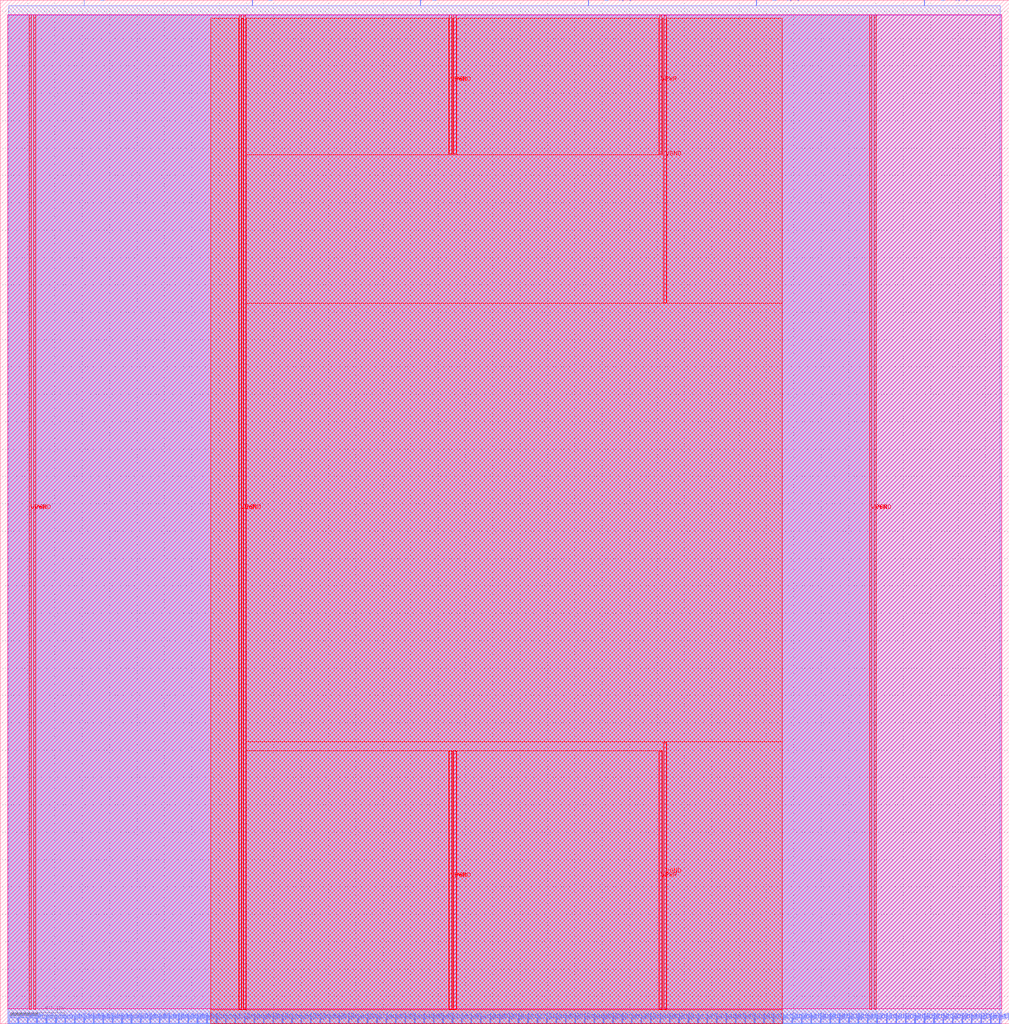
<source format=lef>
VERSION 5.7 ;
  NOWIREEXTENSIONATPIN ON ;
  DIVIDERCHAR "/" ;
  BUSBITCHARS "[]" ;
MACRO user_project
  CLASS BLOCK ;
  FOREIGN user_project ;
  ORIGIN 0.000 0.000 ;
  SIZE 737.445 BY 748.165 ;
  PIN VGND
    DIRECTION INOUT ;
    USE GROUND ;
    PORT
      LAYER met4 ;
        RECT 24.340 10.640 25.940 737.360 ;
    END
    PORT
      LAYER met4 ;
        RECT 177.940 10.640 179.540 737.360 ;
    END
    PORT
      LAYER met4 ;
        RECT 331.540 10.640 333.140 199.300 ;
    END
    PORT
      LAYER met4 ;
        RECT 331.540 635.700 333.140 737.360 ;
    END
    PORT
      LAYER met4 ;
        RECT 485.140 10.640 486.740 205.695 ;
    END
    PORT
      LAYER met4 ;
        RECT 485.140 526.825 486.740 737.360 ;
    END
    PORT
      LAYER met4 ;
        RECT 638.740 10.640 640.340 737.360 ;
    END
  END VGND
  PIN VPWR
    DIRECTION INOUT ;
    USE POWER ;
    PORT
      LAYER met4 ;
        RECT 21.040 10.640 22.640 737.360 ;
    END
    PORT
      LAYER met4 ;
        RECT 174.640 10.640 176.240 737.360 ;
    END
    PORT
      LAYER met4 ;
        RECT 328.240 10.640 329.840 199.300 ;
    END
    PORT
      LAYER met4 ;
        RECT 328.240 635.700 329.840 737.360 ;
    END
    PORT
      LAYER met4 ;
        RECT 481.840 10.640 483.440 199.300 ;
    END
    PORT
      LAYER met4 ;
        RECT 481.840 635.700 483.440 737.360 ;
    END
    PORT
      LAYER met4 ;
        RECT 635.440 10.640 637.040 737.360 ;
    END
  END VPWR
  PIN pwm_out
    DIRECTION OUTPUT ;
    USE SIGNAL ;
    ANTENNADIFFAREA 2.673000 ;
    PORT
      LAYER met2 ;
        RECT 306.910 744.165 307.190 748.165 ;
    END
  END pwm_out
  PIN uart_rx
    DIRECTION INPUT ;
    USE SIGNAL ;
    ANTENNAGATEAREA 0.647700 ;
    ANTENNADIFFAREA 0.434700 ;
    PORT
      LAYER met2 ;
        RECT 61.270 744.165 61.550 748.165 ;
    END
  END uart_rx
  PIN uart_tx
    DIRECTION OUTPUT ;
    USE SIGNAL ;
    ANTENNADIFFAREA 2.673000 ;
    PORT
      LAYER met2 ;
        RECT 184.090 744.165 184.370 748.165 ;
    END
  END uart_tx
  PIN user_irq[0]
    DIRECTION OUTPUT ;
    USE SIGNAL ;
    ANTENNADIFFAREA 2.673000 ;
    PORT
      LAYER met2 ;
        RECT 429.730 744.165 430.010 748.165 ;
    END
  END user_irq[0]
  PIN user_irq[1]
    DIRECTION OUTPUT ;
    USE SIGNAL ;
    ANTENNADIFFAREA 2.673000 ;
    PORT
      LAYER met2 ;
        RECT 552.550 744.165 552.830 748.165 ;
    END
  END user_irq[1]
  PIN user_irq[2]
    DIRECTION OUTPUT ;
    USE SIGNAL ;
    PORT
      LAYER met2 ;
        RECT 675.370 744.165 675.650 748.165 ;
    END
  END user_irq[2]
  PIN wb_clk_i
    DIRECTION INPUT ;
    USE SIGNAL ;
    ANTENNAGATEAREA 1.286700 ;
    ANTENNADIFFAREA 0.434700 ;
    PORT
      LAYER met2 ;
        RECT 6.070 0.000 6.350 4.000 ;
    END
  END wb_clk_i
  PIN wb_rst_i
    DIRECTION INPUT ;
    USE SIGNAL ;
    ANTENNAGATEAREA 0.647700 ;
    ANTENNADIFFAREA 0.434700 ;
    PORT
      LAYER met2 ;
        RECT 12.970 0.000 13.250 4.000 ;
    END
  END wb_rst_i
  PIN wbs_ack_o
    DIRECTION OUTPUT ;
    USE SIGNAL ;
    ANTENNADIFFAREA 2.673000 ;
    PORT
      LAYER met2 ;
        RECT 19.870 0.000 20.150 4.000 ;
    END
  END wbs_ack_o
  PIN wbs_adr_i[0]
    DIRECTION INPUT ;
    USE SIGNAL ;
    ANTENNAGATEAREA 0.560700 ;
    ANTENNADIFFAREA 0.434700 ;
    PORT
      LAYER met2 ;
        RECT 26.770 0.000 27.050 4.000 ;
    END
  END wbs_adr_i[0]
  PIN wbs_adr_i[10]
    DIRECTION INPUT ;
    USE SIGNAL ;
    ANTENNAGATEAREA 0.647700 ;
    ANTENNADIFFAREA 0.434700 ;
    PORT
      LAYER met2 ;
        RECT 95.770 0.000 96.050 4.000 ;
    END
  END wbs_adr_i[10]
  PIN wbs_adr_i[11]
    DIRECTION INPUT ;
    USE SIGNAL ;
    ANTENNAGATEAREA 0.647700 ;
    ANTENNADIFFAREA 0.434700 ;
    PORT
      LAYER met2 ;
        RECT 102.670 0.000 102.950 4.000 ;
    END
  END wbs_adr_i[11]
  PIN wbs_adr_i[12]
    DIRECTION INPUT ;
    USE SIGNAL ;
    ANTENNAGATEAREA 0.560700 ;
    ANTENNADIFFAREA 0.434700 ;
    PORT
      LAYER met2 ;
        RECT 109.570 0.000 109.850 4.000 ;
    END
  END wbs_adr_i[12]
  PIN wbs_adr_i[13]
    DIRECTION INPUT ;
    USE SIGNAL ;
    ANTENNAGATEAREA 0.647700 ;
    ANTENNADIFFAREA 0.434700 ;
    PORT
      LAYER met2 ;
        RECT 116.470 0.000 116.750 4.000 ;
    END
  END wbs_adr_i[13]
  PIN wbs_adr_i[14]
    DIRECTION INPUT ;
    USE SIGNAL ;
    ANTENNAGATEAREA 0.647700 ;
    ANTENNADIFFAREA 0.434700 ;
    PORT
      LAYER met2 ;
        RECT 123.370 0.000 123.650 4.000 ;
    END
  END wbs_adr_i[14]
  PIN wbs_adr_i[15]
    DIRECTION INPUT ;
    USE SIGNAL ;
    ANTENNAGATEAREA 0.560700 ;
    ANTENNADIFFAREA 0.434700 ;
    PORT
      LAYER met2 ;
        RECT 130.270 0.000 130.550 4.000 ;
    END
  END wbs_adr_i[15]
  PIN wbs_adr_i[16]
    DIRECTION INPUT ;
    USE SIGNAL ;
    ANTENNAGATEAREA 0.560700 ;
    ANTENNADIFFAREA 0.434700 ;
    PORT
      LAYER met2 ;
        RECT 137.170 0.000 137.450 4.000 ;
    END
  END wbs_adr_i[16]
  PIN wbs_adr_i[17]
    DIRECTION INPUT ;
    USE SIGNAL ;
    ANTENNAGATEAREA 0.560700 ;
    ANTENNADIFFAREA 0.434700 ;
    PORT
      LAYER met2 ;
        RECT 144.070 0.000 144.350 4.000 ;
    END
  END wbs_adr_i[17]
  PIN wbs_adr_i[18]
    DIRECTION INPUT ;
    USE SIGNAL ;
    ANTENNAGATEAREA 0.682200 ;
    ANTENNADIFFAREA 0.434700 ;
    PORT
      LAYER met2 ;
        RECT 150.970 0.000 151.250 4.000 ;
    END
  END wbs_adr_i[18]
  PIN wbs_adr_i[19]
    DIRECTION INPUT ;
    USE SIGNAL ;
    ANTENNAGATEAREA 0.682200 ;
    ANTENNADIFFAREA 0.434700 ;
    PORT
      LAYER met2 ;
        RECT 157.870 0.000 158.150 4.000 ;
    END
  END wbs_adr_i[19]
  PIN wbs_adr_i[1]
    DIRECTION INPUT ;
    USE SIGNAL ;
    ANTENNAGATEAREA 0.560700 ;
    ANTENNADIFFAREA 0.434700 ;
    PORT
      LAYER met2 ;
        RECT 33.670 0.000 33.950 4.000 ;
    END
  END wbs_adr_i[1]
  PIN wbs_adr_i[20]
    DIRECTION INPUT ;
    USE SIGNAL ;
    ANTENNAGATEAREA 0.434700 ;
    ANTENNADIFFAREA 0.434700 ;
    PORT
      LAYER met2 ;
        RECT 164.770 0.000 165.050 4.000 ;
    END
  END wbs_adr_i[20]
  PIN wbs_adr_i[21]
    DIRECTION INPUT ;
    USE SIGNAL ;
    ANTENNAGATEAREA 0.434700 ;
    ANTENNADIFFAREA 0.434700 ;
    PORT
      LAYER met2 ;
        RECT 171.670 0.000 171.950 4.000 ;
    END
  END wbs_adr_i[21]
  PIN wbs_adr_i[22]
    DIRECTION INPUT ;
    USE SIGNAL ;
    ANTENNAGATEAREA 0.434700 ;
    ANTENNADIFFAREA 0.434700 ;
    PORT
      LAYER met2 ;
        RECT 178.570 0.000 178.850 4.000 ;
    END
  END wbs_adr_i[22]
  PIN wbs_adr_i[23]
    DIRECTION INPUT ;
    USE SIGNAL ;
    ANTENNAGATEAREA 0.434700 ;
    ANTENNADIFFAREA 0.434700 ;
    PORT
      LAYER met2 ;
        RECT 185.470 0.000 185.750 4.000 ;
    END
  END wbs_adr_i[23]
  PIN wbs_adr_i[24]
    DIRECTION INPUT ;
    USE SIGNAL ;
    ANTENNAGATEAREA 0.434700 ;
    ANTENNADIFFAREA 0.434700 ;
    PORT
      LAYER met2 ;
        RECT 192.370 0.000 192.650 4.000 ;
    END
  END wbs_adr_i[24]
  PIN wbs_adr_i[25]
    DIRECTION INPUT ;
    USE SIGNAL ;
    ANTENNAGATEAREA 0.434700 ;
    ANTENNADIFFAREA 0.434700 ;
    PORT
      LAYER met2 ;
        RECT 199.270 0.000 199.550 4.000 ;
    END
  END wbs_adr_i[25]
  PIN wbs_adr_i[26]
    DIRECTION INPUT ;
    USE SIGNAL ;
    ANTENNAGATEAREA 0.434700 ;
    ANTENNADIFFAREA 0.434700 ;
    PORT
      LAYER met2 ;
        RECT 206.170 0.000 206.450 4.000 ;
    END
  END wbs_adr_i[26]
  PIN wbs_adr_i[27]
    DIRECTION INPUT ;
    USE SIGNAL ;
    ANTENNAGATEAREA 0.434700 ;
    ANTENNADIFFAREA 0.434700 ;
    PORT
      LAYER met2 ;
        RECT 213.070 0.000 213.350 4.000 ;
    END
  END wbs_adr_i[27]
  PIN wbs_adr_i[28]
    DIRECTION INPUT ;
    USE SIGNAL ;
    ANTENNAGATEAREA 0.434700 ;
    ANTENNADIFFAREA 0.434700 ;
    PORT
      LAYER met2 ;
        RECT 219.970 0.000 220.250 4.000 ;
    END
  END wbs_adr_i[28]
  PIN wbs_adr_i[29]
    DIRECTION INPUT ;
    USE SIGNAL ;
    ANTENNAGATEAREA 0.434700 ;
    ANTENNADIFFAREA 0.434700 ;
    PORT
      LAYER met2 ;
        RECT 226.870 0.000 227.150 4.000 ;
    END
  END wbs_adr_i[29]
  PIN wbs_adr_i[2]
    DIRECTION INPUT ;
    USE SIGNAL ;
    ANTENNAGATEAREA 0.560700 ;
    ANTENNADIFFAREA 0.434700 ;
    PORT
      LAYER met2 ;
        RECT 40.570 0.000 40.850 4.000 ;
    END
  END wbs_adr_i[2]
  PIN wbs_adr_i[30]
    DIRECTION INPUT ;
    USE SIGNAL ;
    ANTENNAGATEAREA 0.434700 ;
    ANTENNADIFFAREA 0.434700 ;
    PORT
      LAYER met2 ;
        RECT 233.770 0.000 234.050 4.000 ;
    END
  END wbs_adr_i[30]
  PIN wbs_adr_i[31]
    DIRECTION INPUT ;
    USE SIGNAL ;
    ANTENNAGATEAREA 0.434700 ;
    ANTENNADIFFAREA 0.434700 ;
    PORT
      LAYER met2 ;
        RECT 240.670 0.000 240.950 4.000 ;
    END
  END wbs_adr_i[31]
  PIN wbs_adr_i[3]
    DIRECTION INPUT ;
    USE SIGNAL ;
    ANTENNAGATEAREA 0.560700 ;
    ANTENNADIFFAREA 0.434700 ;
    PORT
      LAYER met2 ;
        RECT 47.470 0.000 47.750 4.000 ;
    END
  END wbs_adr_i[3]
  PIN wbs_adr_i[4]
    DIRECTION INPUT ;
    USE SIGNAL ;
    ANTENNAGATEAREA 0.682200 ;
    ANTENNADIFFAREA 0.434700 ;
    PORT
      LAYER met2 ;
        RECT 54.370 0.000 54.650 4.000 ;
    END
  END wbs_adr_i[4]
  PIN wbs_adr_i[5]
    DIRECTION INPUT ;
    USE SIGNAL ;
    ANTENNAGATEAREA 0.560700 ;
    ANTENNADIFFAREA 0.434700 ;
    PORT
      LAYER met2 ;
        RECT 61.270 0.000 61.550 4.000 ;
    END
  END wbs_adr_i[5]
  PIN wbs_adr_i[6]
    DIRECTION INPUT ;
    USE SIGNAL ;
    ANTENNAGATEAREA 0.560700 ;
    ANTENNADIFFAREA 0.434700 ;
    PORT
      LAYER met2 ;
        RECT 68.170 0.000 68.450 4.000 ;
    END
  END wbs_adr_i[6]
  PIN wbs_adr_i[7]
    DIRECTION INPUT ;
    USE SIGNAL ;
    ANTENNAGATEAREA 0.560700 ;
    ANTENNADIFFAREA 0.434700 ;
    PORT
      LAYER met2 ;
        RECT 75.070 0.000 75.350 4.000 ;
    END
  END wbs_adr_i[7]
  PIN wbs_adr_i[8]
    DIRECTION INPUT ;
    USE SIGNAL ;
    ANTENNAGATEAREA 0.560700 ;
    ANTENNADIFFAREA 0.434700 ;
    PORT
      LAYER met2 ;
        RECT 81.970 0.000 82.250 4.000 ;
    END
  END wbs_adr_i[8]
  PIN wbs_adr_i[9]
    DIRECTION INPUT ;
    USE SIGNAL ;
    ANTENNAGATEAREA 0.560700 ;
    ANTENNADIFFAREA 0.434700 ;
    PORT
      LAYER met2 ;
        RECT 88.870 0.000 89.150 4.000 ;
    END
  END wbs_adr_i[9]
  PIN wbs_cyc_i
    DIRECTION INPUT ;
    USE SIGNAL ;
    ANTENNAGATEAREA 0.560700 ;
    ANTENNADIFFAREA 0.434700 ;
    PORT
      LAYER met2 ;
        RECT 247.570 0.000 247.850 4.000 ;
    END
  END wbs_cyc_i
  PIN wbs_dat_i[0]
    DIRECTION INPUT ;
    USE SIGNAL ;
    ANTENNAGATEAREA 0.560700 ;
    ANTENNADIFFAREA 0.434700 ;
    PORT
      LAYER met2 ;
        RECT 254.470 0.000 254.750 4.000 ;
    END
  END wbs_dat_i[0]
  PIN wbs_dat_i[10]
    DIRECTION INPUT ;
    USE SIGNAL ;
    ANTENNAGATEAREA 0.560700 ;
    ANTENNADIFFAREA 0.434700 ;
    PORT
      LAYER met2 ;
        RECT 323.470 0.000 323.750 4.000 ;
    END
  END wbs_dat_i[10]
  PIN wbs_dat_i[11]
    DIRECTION INPUT ;
    USE SIGNAL ;
    ANTENNAGATEAREA 0.560700 ;
    ANTENNADIFFAREA 0.434700 ;
    PORT
      LAYER met2 ;
        RECT 330.370 0.000 330.650 4.000 ;
    END
  END wbs_dat_i[11]
  PIN wbs_dat_i[12]
    DIRECTION INPUT ;
    USE SIGNAL ;
    ANTENNAGATEAREA 0.560700 ;
    ANTENNADIFFAREA 0.434700 ;
    PORT
      LAYER met2 ;
        RECT 337.270 0.000 337.550 4.000 ;
    END
  END wbs_dat_i[12]
  PIN wbs_dat_i[13]
    DIRECTION INPUT ;
    USE SIGNAL ;
    ANTENNAGATEAREA 0.560700 ;
    ANTENNADIFFAREA 0.434700 ;
    PORT
      LAYER met2 ;
        RECT 344.170 0.000 344.450 4.000 ;
    END
  END wbs_dat_i[13]
  PIN wbs_dat_i[14]
    DIRECTION INPUT ;
    USE SIGNAL ;
    ANTENNAGATEAREA 0.560700 ;
    ANTENNADIFFAREA 0.434700 ;
    PORT
      LAYER met2 ;
        RECT 351.070 0.000 351.350 4.000 ;
    END
  END wbs_dat_i[14]
  PIN wbs_dat_i[15]
    DIRECTION INPUT ;
    USE SIGNAL ;
    ANTENNAGATEAREA 0.560700 ;
    ANTENNADIFFAREA 0.434700 ;
    PORT
      LAYER met2 ;
        RECT 357.970 0.000 358.250 4.000 ;
    END
  END wbs_dat_i[15]
  PIN wbs_dat_i[16]
    DIRECTION INPUT ;
    USE SIGNAL ;
    ANTENNAGATEAREA 0.560700 ;
    ANTENNADIFFAREA 0.434700 ;
    PORT
      LAYER met2 ;
        RECT 364.870 0.000 365.150 4.000 ;
    END
  END wbs_dat_i[16]
  PIN wbs_dat_i[17]
    DIRECTION INPUT ;
    USE SIGNAL ;
    ANTENNAGATEAREA 0.560700 ;
    ANTENNADIFFAREA 0.434700 ;
    PORT
      LAYER met2 ;
        RECT 371.770 0.000 372.050 4.000 ;
    END
  END wbs_dat_i[17]
  PIN wbs_dat_i[18]
    DIRECTION INPUT ;
    USE SIGNAL ;
    ANTENNAGATEAREA 0.560700 ;
    ANTENNADIFFAREA 0.434700 ;
    PORT
      LAYER met2 ;
        RECT 378.670 0.000 378.950 4.000 ;
    END
  END wbs_dat_i[18]
  PIN wbs_dat_i[19]
    DIRECTION INPUT ;
    USE SIGNAL ;
    ANTENNAGATEAREA 0.560700 ;
    ANTENNADIFFAREA 0.434700 ;
    PORT
      LAYER met2 ;
        RECT 385.570 0.000 385.850 4.000 ;
    END
  END wbs_dat_i[19]
  PIN wbs_dat_i[1]
    DIRECTION INPUT ;
    USE SIGNAL ;
    ANTENNAGATEAREA 0.560700 ;
    ANTENNADIFFAREA 0.434700 ;
    PORT
      LAYER met2 ;
        RECT 261.370 0.000 261.650 4.000 ;
    END
  END wbs_dat_i[1]
  PIN wbs_dat_i[20]
    DIRECTION INPUT ;
    USE SIGNAL ;
    ANTENNAGATEAREA 0.560700 ;
    ANTENNADIFFAREA 0.434700 ;
    PORT
      LAYER met2 ;
        RECT 392.470 0.000 392.750 4.000 ;
    END
  END wbs_dat_i[20]
  PIN wbs_dat_i[21]
    DIRECTION INPUT ;
    USE SIGNAL ;
    ANTENNAGATEAREA 0.560700 ;
    ANTENNADIFFAREA 0.434700 ;
    PORT
      LAYER met2 ;
        RECT 399.370 0.000 399.650 4.000 ;
    END
  END wbs_dat_i[21]
  PIN wbs_dat_i[22]
    DIRECTION INPUT ;
    USE SIGNAL ;
    ANTENNAGATEAREA 0.560700 ;
    ANTENNADIFFAREA 0.434700 ;
    PORT
      LAYER met2 ;
        RECT 406.270 0.000 406.550 4.000 ;
    END
  END wbs_dat_i[22]
  PIN wbs_dat_i[23]
    DIRECTION INPUT ;
    USE SIGNAL ;
    ANTENNAGATEAREA 0.560700 ;
    ANTENNADIFFAREA 0.434700 ;
    PORT
      LAYER met2 ;
        RECT 413.170 0.000 413.450 4.000 ;
    END
  END wbs_dat_i[23]
  PIN wbs_dat_i[24]
    DIRECTION INPUT ;
    USE SIGNAL ;
    ANTENNAGATEAREA 0.560700 ;
    ANTENNADIFFAREA 0.434700 ;
    PORT
      LAYER met2 ;
        RECT 420.070 0.000 420.350 4.000 ;
    END
  END wbs_dat_i[24]
  PIN wbs_dat_i[25]
    DIRECTION INPUT ;
    USE SIGNAL ;
    ANTENNAGATEAREA 0.560700 ;
    ANTENNADIFFAREA 0.434700 ;
    PORT
      LAYER met2 ;
        RECT 426.970 0.000 427.250 4.000 ;
    END
  END wbs_dat_i[25]
  PIN wbs_dat_i[26]
    DIRECTION INPUT ;
    USE SIGNAL ;
    ANTENNAGATEAREA 0.560700 ;
    ANTENNADIFFAREA 0.434700 ;
    PORT
      LAYER met2 ;
        RECT 433.870 0.000 434.150 4.000 ;
    END
  END wbs_dat_i[26]
  PIN wbs_dat_i[27]
    DIRECTION INPUT ;
    USE SIGNAL ;
    ANTENNAGATEAREA 0.560700 ;
    ANTENNADIFFAREA 0.434700 ;
    PORT
      LAYER met2 ;
        RECT 440.770 0.000 441.050 4.000 ;
    END
  END wbs_dat_i[27]
  PIN wbs_dat_i[28]
    DIRECTION INPUT ;
    USE SIGNAL ;
    ANTENNAGATEAREA 0.560700 ;
    ANTENNADIFFAREA 0.434700 ;
    PORT
      LAYER met2 ;
        RECT 447.670 0.000 447.950 4.000 ;
    END
  END wbs_dat_i[28]
  PIN wbs_dat_i[29]
    DIRECTION INPUT ;
    USE SIGNAL ;
    ANTENNAGATEAREA 0.560700 ;
    ANTENNADIFFAREA 0.434700 ;
    PORT
      LAYER met2 ;
        RECT 454.570 0.000 454.850 4.000 ;
    END
  END wbs_dat_i[29]
  PIN wbs_dat_i[2]
    DIRECTION INPUT ;
    USE SIGNAL ;
    ANTENNAGATEAREA 0.560700 ;
    ANTENNADIFFAREA 0.434700 ;
    PORT
      LAYER met2 ;
        RECT 268.270 0.000 268.550 4.000 ;
    END
  END wbs_dat_i[2]
  PIN wbs_dat_i[30]
    DIRECTION INPUT ;
    USE SIGNAL ;
    ANTENNAGATEAREA 0.560700 ;
    ANTENNADIFFAREA 0.434700 ;
    PORT
      LAYER met2 ;
        RECT 461.470 0.000 461.750 4.000 ;
    END
  END wbs_dat_i[30]
  PIN wbs_dat_i[31]
    DIRECTION INPUT ;
    USE SIGNAL ;
    ANTENNAGATEAREA 0.560700 ;
    ANTENNADIFFAREA 0.434700 ;
    PORT
      LAYER met2 ;
        RECT 468.370 0.000 468.650 4.000 ;
    END
  END wbs_dat_i[31]
  PIN wbs_dat_i[3]
    DIRECTION INPUT ;
    USE SIGNAL ;
    ANTENNAGATEAREA 0.560700 ;
    ANTENNADIFFAREA 0.434700 ;
    PORT
      LAYER met2 ;
        RECT 275.170 0.000 275.450 4.000 ;
    END
  END wbs_dat_i[3]
  PIN wbs_dat_i[4]
    DIRECTION INPUT ;
    USE SIGNAL ;
    ANTENNAGATEAREA 0.560700 ;
    ANTENNADIFFAREA 0.434700 ;
    PORT
      LAYER met2 ;
        RECT 282.070 0.000 282.350 4.000 ;
    END
  END wbs_dat_i[4]
  PIN wbs_dat_i[5]
    DIRECTION INPUT ;
    USE SIGNAL ;
    ANTENNAGATEAREA 0.560700 ;
    ANTENNADIFFAREA 0.434700 ;
    PORT
      LAYER met2 ;
        RECT 288.970 0.000 289.250 4.000 ;
    END
  END wbs_dat_i[5]
  PIN wbs_dat_i[6]
    DIRECTION INPUT ;
    USE SIGNAL ;
    ANTENNAGATEAREA 0.560700 ;
    ANTENNADIFFAREA 0.434700 ;
    PORT
      LAYER met2 ;
        RECT 295.870 0.000 296.150 4.000 ;
    END
  END wbs_dat_i[6]
  PIN wbs_dat_i[7]
    DIRECTION INPUT ;
    USE SIGNAL ;
    ANTENNAGATEAREA 0.560700 ;
    ANTENNADIFFAREA 0.434700 ;
    PORT
      LAYER met2 ;
        RECT 302.770 0.000 303.050 4.000 ;
    END
  END wbs_dat_i[7]
  PIN wbs_dat_i[8]
    DIRECTION INPUT ;
    USE SIGNAL ;
    ANTENNAGATEAREA 0.560700 ;
    ANTENNADIFFAREA 0.434700 ;
    PORT
      LAYER met2 ;
        RECT 309.670 0.000 309.950 4.000 ;
    END
  END wbs_dat_i[8]
  PIN wbs_dat_i[9]
    DIRECTION INPUT ;
    USE SIGNAL ;
    ANTENNAGATEAREA 0.560700 ;
    ANTENNADIFFAREA 0.434700 ;
    PORT
      LAYER met2 ;
        RECT 316.570 0.000 316.850 4.000 ;
    END
  END wbs_dat_i[9]
  PIN wbs_dat_o[0]
    DIRECTION OUTPUT ;
    USE SIGNAL ;
    ANTENNADIFFAREA 2.673000 ;
    PORT
      LAYER met2 ;
        RECT 475.270 0.000 475.550 4.000 ;
    END
  END wbs_dat_o[0]
  PIN wbs_dat_o[10]
    DIRECTION OUTPUT ;
    USE SIGNAL ;
    ANTENNADIFFAREA 2.673000 ;
    PORT
      LAYER met2 ;
        RECT 544.270 0.000 544.550 4.000 ;
    END
  END wbs_dat_o[10]
  PIN wbs_dat_o[11]
    DIRECTION OUTPUT ;
    USE SIGNAL ;
    ANTENNADIFFAREA 2.673000 ;
    PORT
      LAYER met2 ;
        RECT 551.170 0.000 551.450 4.000 ;
    END
  END wbs_dat_o[11]
  PIN wbs_dat_o[12]
    DIRECTION OUTPUT ;
    USE SIGNAL ;
    ANTENNADIFFAREA 2.673000 ;
    PORT
      LAYER met2 ;
        RECT 558.070 0.000 558.350 4.000 ;
    END
  END wbs_dat_o[12]
  PIN wbs_dat_o[13]
    DIRECTION OUTPUT ;
    USE SIGNAL ;
    ANTENNADIFFAREA 2.673000 ;
    PORT
      LAYER met2 ;
        RECT 564.970 0.000 565.250 4.000 ;
    END
  END wbs_dat_o[13]
  PIN wbs_dat_o[14]
    DIRECTION OUTPUT ;
    USE SIGNAL ;
    ANTENNADIFFAREA 2.673000 ;
    PORT
      LAYER met2 ;
        RECT 571.870 0.000 572.150 4.000 ;
    END
  END wbs_dat_o[14]
  PIN wbs_dat_o[15]
    DIRECTION OUTPUT ;
    USE SIGNAL ;
    ANTENNADIFFAREA 2.673000 ;
    PORT
      LAYER met2 ;
        RECT 578.770 0.000 579.050 4.000 ;
    END
  END wbs_dat_o[15]
  PIN wbs_dat_o[16]
    DIRECTION OUTPUT ;
    USE SIGNAL ;
    ANTENNADIFFAREA 2.673000 ;
    PORT
      LAYER met2 ;
        RECT 585.670 0.000 585.950 4.000 ;
    END
  END wbs_dat_o[16]
  PIN wbs_dat_o[17]
    DIRECTION OUTPUT ;
    USE SIGNAL ;
    ANTENNADIFFAREA 2.673000 ;
    PORT
      LAYER met2 ;
        RECT 592.570 0.000 592.850 4.000 ;
    END
  END wbs_dat_o[17]
  PIN wbs_dat_o[18]
    DIRECTION OUTPUT ;
    USE SIGNAL ;
    ANTENNADIFFAREA 2.673000 ;
    PORT
      LAYER met2 ;
        RECT 599.470 0.000 599.750 4.000 ;
    END
  END wbs_dat_o[18]
  PIN wbs_dat_o[19]
    DIRECTION OUTPUT ;
    USE SIGNAL ;
    ANTENNADIFFAREA 2.673000 ;
    PORT
      LAYER met2 ;
        RECT 606.370 0.000 606.650 4.000 ;
    END
  END wbs_dat_o[19]
  PIN wbs_dat_o[1]
    DIRECTION OUTPUT ;
    USE SIGNAL ;
    ANTENNADIFFAREA 2.673000 ;
    PORT
      LAYER met2 ;
        RECT 482.170 0.000 482.450 4.000 ;
    END
  END wbs_dat_o[1]
  PIN wbs_dat_o[20]
    DIRECTION OUTPUT ;
    USE SIGNAL ;
    ANTENNADIFFAREA 2.673000 ;
    PORT
      LAYER met2 ;
        RECT 613.270 0.000 613.550 4.000 ;
    END
  END wbs_dat_o[20]
  PIN wbs_dat_o[21]
    DIRECTION OUTPUT ;
    USE SIGNAL ;
    ANTENNADIFFAREA 2.673000 ;
    PORT
      LAYER met2 ;
        RECT 620.170 0.000 620.450 4.000 ;
    END
  END wbs_dat_o[21]
  PIN wbs_dat_o[22]
    DIRECTION OUTPUT ;
    USE SIGNAL ;
    ANTENNADIFFAREA 2.673000 ;
    PORT
      LAYER met2 ;
        RECT 627.070 0.000 627.350 4.000 ;
    END
  END wbs_dat_o[22]
  PIN wbs_dat_o[23]
    DIRECTION OUTPUT ;
    USE SIGNAL ;
    ANTENNADIFFAREA 2.673000 ;
    PORT
      LAYER met2 ;
        RECT 633.970 0.000 634.250 4.000 ;
    END
  END wbs_dat_o[23]
  PIN wbs_dat_o[24]
    DIRECTION OUTPUT ;
    USE SIGNAL ;
    ANTENNADIFFAREA 2.673000 ;
    PORT
      LAYER met2 ;
        RECT 640.870 0.000 641.150 4.000 ;
    END
  END wbs_dat_o[24]
  PIN wbs_dat_o[25]
    DIRECTION OUTPUT ;
    USE SIGNAL ;
    ANTENNADIFFAREA 2.673000 ;
    PORT
      LAYER met2 ;
        RECT 647.770 0.000 648.050 4.000 ;
    END
  END wbs_dat_o[25]
  PIN wbs_dat_o[26]
    DIRECTION OUTPUT ;
    USE SIGNAL ;
    ANTENNADIFFAREA 2.673000 ;
    PORT
      LAYER met2 ;
        RECT 654.670 0.000 654.950 4.000 ;
    END
  END wbs_dat_o[26]
  PIN wbs_dat_o[27]
    DIRECTION OUTPUT ;
    USE SIGNAL ;
    ANTENNADIFFAREA 2.673000 ;
    PORT
      LAYER met2 ;
        RECT 661.570 0.000 661.850 4.000 ;
    END
  END wbs_dat_o[27]
  PIN wbs_dat_o[28]
    DIRECTION OUTPUT ;
    USE SIGNAL ;
    ANTENNADIFFAREA 2.673000 ;
    PORT
      LAYER met2 ;
        RECT 668.470 0.000 668.750 4.000 ;
    END
  END wbs_dat_o[28]
  PIN wbs_dat_o[29]
    DIRECTION OUTPUT ;
    USE SIGNAL ;
    ANTENNADIFFAREA 2.673000 ;
    PORT
      LAYER met2 ;
        RECT 675.370 0.000 675.650 4.000 ;
    END
  END wbs_dat_o[29]
  PIN wbs_dat_o[2]
    DIRECTION OUTPUT ;
    USE SIGNAL ;
    ANTENNADIFFAREA 2.673000 ;
    PORT
      LAYER met2 ;
        RECT 489.070 0.000 489.350 4.000 ;
    END
  END wbs_dat_o[2]
  PIN wbs_dat_o[30]
    DIRECTION OUTPUT ;
    USE SIGNAL ;
    ANTENNADIFFAREA 2.673000 ;
    PORT
      LAYER met2 ;
        RECT 682.270 0.000 682.550 4.000 ;
    END
  END wbs_dat_o[30]
  PIN wbs_dat_o[31]
    DIRECTION OUTPUT ;
    USE SIGNAL ;
    ANTENNADIFFAREA 2.673000 ;
    PORT
      LAYER met2 ;
        RECT 689.170 0.000 689.450 4.000 ;
    END
  END wbs_dat_o[31]
  PIN wbs_dat_o[3]
    DIRECTION OUTPUT ;
    USE SIGNAL ;
    ANTENNADIFFAREA 2.673000 ;
    PORT
      LAYER met2 ;
        RECT 495.970 0.000 496.250 4.000 ;
    END
  END wbs_dat_o[3]
  PIN wbs_dat_o[4]
    DIRECTION OUTPUT ;
    USE SIGNAL ;
    ANTENNADIFFAREA 2.673000 ;
    PORT
      LAYER met2 ;
        RECT 502.870 0.000 503.150 4.000 ;
    END
  END wbs_dat_o[4]
  PIN wbs_dat_o[5]
    DIRECTION OUTPUT ;
    USE SIGNAL ;
    ANTENNADIFFAREA 2.673000 ;
    PORT
      LAYER met2 ;
        RECT 509.770 0.000 510.050 4.000 ;
    END
  END wbs_dat_o[5]
  PIN wbs_dat_o[6]
    DIRECTION OUTPUT ;
    USE SIGNAL ;
    ANTENNADIFFAREA 2.673000 ;
    PORT
      LAYER met2 ;
        RECT 516.670 0.000 516.950 4.000 ;
    END
  END wbs_dat_o[6]
  PIN wbs_dat_o[7]
    DIRECTION OUTPUT ;
    USE SIGNAL ;
    ANTENNADIFFAREA 2.673000 ;
    PORT
      LAYER met2 ;
        RECT 523.570 0.000 523.850 4.000 ;
    END
  END wbs_dat_o[7]
  PIN wbs_dat_o[8]
    DIRECTION OUTPUT ;
    USE SIGNAL ;
    ANTENNADIFFAREA 2.673000 ;
    PORT
      LAYER met2 ;
        RECT 530.470 0.000 530.750 4.000 ;
    END
  END wbs_dat_o[8]
  PIN wbs_dat_o[9]
    DIRECTION OUTPUT ;
    USE SIGNAL ;
    ANTENNADIFFAREA 2.673000 ;
    PORT
      LAYER met2 ;
        RECT 537.370 0.000 537.650 4.000 ;
    END
  END wbs_dat_o[9]
  PIN wbs_sel_i[0]
    DIRECTION INPUT ;
    USE SIGNAL ;
    ANTENNAGATEAREA 0.560700 ;
    ANTENNADIFFAREA 0.434700 ;
    PORT
      LAYER met2 ;
        RECT 696.070 0.000 696.350 4.000 ;
    END
  END wbs_sel_i[0]
  PIN wbs_sel_i[1]
    DIRECTION INPUT ;
    USE SIGNAL ;
    ANTENNAGATEAREA 0.560700 ;
    ANTENNADIFFAREA 0.434700 ;
    PORT
      LAYER met2 ;
        RECT 702.970 0.000 703.250 4.000 ;
    END
  END wbs_sel_i[1]
  PIN wbs_sel_i[2]
    DIRECTION INPUT ;
    USE SIGNAL ;
    ANTENNAGATEAREA 0.560700 ;
    ANTENNADIFFAREA 0.434700 ;
    PORT
      LAYER met2 ;
        RECT 709.870 0.000 710.150 4.000 ;
    END
  END wbs_sel_i[2]
  PIN wbs_sel_i[3]
    DIRECTION INPUT ;
    USE SIGNAL ;
    ANTENNAGATEAREA 0.560700 ;
    ANTENNADIFFAREA 0.434700 ;
    PORT
      LAYER met2 ;
        RECT 716.770 0.000 717.050 4.000 ;
    END
  END wbs_sel_i[3]
  PIN wbs_stb_i
    DIRECTION INPUT ;
    USE SIGNAL ;
    ANTENNAGATEAREA 0.860700 ;
    ANTENNADIFFAREA 0.434700 ;
    PORT
      LAYER met2 ;
        RECT 723.670 0.000 723.950 4.000 ;
    END
  END wbs_stb_i
  PIN wbs_we_i
    DIRECTION INPUT ;
    USE SIGNAL ;
    ANTENNAGATEAREA 0.929700 ;
    ANTENNADIFFAREA 0.434700 ;
    PORT
      LAYER met2 ;
        RECT 730.570 0.000 730.850 4.000 ;
    END
  END wbs_we_i
  OBS
      LAYER nwell ;
        RECT 5.330 10.795 732.050 737.310 ;
      LAYER li1 ;
        RECT 5.520 10.795 731.860 737.205 ;
      LAYER met1 ;
        RECT 5.520 0.380 731.860 737.360 ;
      LAYER met2 ;
        RECT 6.070 743.885 60.990 744.165 ;
        RECT 61.830 743.885 183.810 744.165 ;
        RECT 184.650 743.885 306.630 744.165 ;
        RECT 307.470 743.885 429.450 744.165 ;
        RECT 430.290 743.885 552.270 744.165 ;
        RECT 553.110 743.885 675.090 744.165 ;
        RECT 675.930 743.885 730.840 744.165 ;
        RECT 6.070 4.280 730.840 743.885 ;
        RECT 6.630 0.155 12.690 4.280 ;
        RECT 13.530 0.155 19.590 4.280 ;
        RECT 20.430 0.155 26.490 4.280 ;
        RECT 27.330 0.155 33.390 4.280 ;
        RECT 34.230 0.155 40.290 4.280 ;
        RECT 41.130 0.155 47.190 4.280 ;
        RECT 48.030 0.155 54.090 4.280 ;
        RECT 54.930 0.155 60.990 4.280 ;
        RECT 61.830 0.155 67.890 4.280 ;
        RECT 68.730 0.155 74.790 4.280 ;
        RECT 75.630 0.155 81.690 4.280 ;
        RECT 82.530 0.155 88.590 4.280 ;
        RECT 89.430 0.155 95.490 4.280 ;
        RECT 96.330 0.155 102.390 4.280 ;
        RECT 103.230 0.155 109.290 4.280 ;
        RECT 110.130 0.155 116.190 4.280 ;
        RECT 117.030 0.155 123.090 4.280 ;
        RECT 123.930 0.155 129.990 4.280 ;
        RECT 130.830 0.155 136.890 4.280 ;
        RECT 137.730 0.155 143.790 4.280 ;
        RECT 144.630 0.155 150.690 4.280 ;
        RECT 151.530 0.155 157.590 4.280 ;
        RECT 158.430 0.155 164.490 4.280 ;
        RECT 165.330 0.155 171.390 4.280 ;
        RECT 172.230 0.155 178.290 4.280 ;
        RECT 179.130 0.155 185.190 4.280 ;
        RECT 186.030 0.155 192.090 4.280 ;
        RECT 192.930 0.155 198.990 4.280 ;
        RECT 199.830 0.155 205.890 4.280 ;
        RECT 206.730 0.155 212.790 4.280 ;
        RECT 213.630 0.155 219.690 4.280 ;
        RECT 220.530 0.155 226.590 4.280 ;
        RECT 227.430 0.155 233.490 4.280 ;
        RECT 234.330 0.155 240.390 4.280 ;
        RECT 241.230 0.155 247.290 4.280 ;
        RECT 248.130 0.155 254.190 4.280 ;
        RECT 255.030 0.155 261.090 4.280 ;
        RECT 261.930 0.155 267.990 4.280 ;
        RECT 268.830 0.155 274.890 4.280 ;
        RECT 275.730 0.155 281.790 4.280 ;
        RECT 282.630 0.155 288.690 4.280 ;
        RECT 289.530 0.155 295.590 4.280 ;
        RECT 296.430 0.155 302.490 4.280 ;
        RECT 303.330 0.155 309.390 4.280 ;
        RECT 310.230 0.155 316.290 4.280 ;
        RECT 317.130 0.155 323.190 4.280 ;
        RECT 324.030 0.155 330.090 4.280 ;
        RECT 330.930 0.155 336.990 4.280 ;
        RECT 337.830 0.155 343.890 4.280 ;
        RECT 344.730 0.155 350.790 4.280 ;
        RECT 351.630 0.155 357.690 4.280 ;
        RECT 358.530 0.155 364.590 4.280 ;
        RECT 365.430 0.155 371.490 4.280 ;
        RECT 372.330 0.155 378.390 4.280 ;
        RECT 379.230 0.155 385.290 4.280 ;
        RECT 386.130 0.155 392.190 4.280 ;
        RECT 393.030 0.155 399.090 4.280 ;
        RECT 399.930 0.155 405.990 4.280 ;
        RECT 406.830 0.155 412.890 4.280 ;
        RECT 413.730 0.155 419.790 4.280 ;
        RECT 420.630 0.155 426.690 4.280 ;
        RECT 427.530 0.155 433.590 4.280 ;
        RECT 434.430 0.155 440.490 4.280 ;
        RECT 441.330 0.155 447.390 4.280 ;
        RECT 448.230 0.155 454.290 4.280 ;
        RECT 455.130 0.155 461.190 4.280 ;
        RECT 462.030 0.155 468.090 4.280 ;
        RECT 468.930 0.155 474.990 4.280 ;
        RECT 475.830 0.155 481.890 4.280 ;
        RECT 482.730 0.155 488.790 4.280 ;
        RECT 489.630 0.155 495.690 4.280 ;
        RECT 496.530 0.155 502.590 4.280 ;
        RECT 503.430 0.155 509.490 4.280 ;
        RECT 510.330 0.155 516.390 4.280 ;
        RECT 517.230 0.155 523.290 4.280 ;
        RECT 524.130 0.155 530.190 4.280 ;
        RECT 531.030 0.155 537.090 4.280 ;
        RECT 537.930 0.155 543.990 4.280 ;
        RECT 544.830 0.155 550.890 4.280 ;
        RECT 551.730 0.155 557.790 4.280 ;
        RECT 558.630 0.155 564.690 4.280 ;
        RECT 565.530 0.155 571.590 4.280 ;
        RECT 572.430 0.155 578.490 4.280 ;
        RECT 579.330 0.155 585.390 4.280 ;
        RECT 586.230 0.155 592.290 4.280 ;
        RECT 593.130 0.155 599.190 4.280 ;
        RECT 600.030 0.155 606.090 4.280 ;
        RECT 606.930 0.155 612.990 4.280 ;
        RECT 613.830 0.155 619.890 4.280 ;
        RECT 620.730 0.155 626.790 4.280 ;
        RECT 627.630 0.155 633.690 4.280 ;
        RECT 634.530 0.155 640.590 4.280 ;
        RECT 641.430 0.155 647.490 4.280 ;
        RECT 648.330 0.155 654.390 4.280 ;
        RECT 655.230 0.155 661.290 4.280 ;
        RECT 662.130 0.155 668.190 4.280 ;
        RECT 669.030 0.155 675.090 4.280 ;
        RECT 675.930 0.155 681.990 4.280 ;
        RECT 682.830 0.155 688.890 4.280 ;
        RECT 689.730 0.155 695.790 4.280 ;
        RECT 696.630 0.155 702.690 4.280 ;
        RECT 703.530 0.155 709.590 4.280 ;
        RECT 710.430 0.155 716.490 4.280 ;
        RECT 717.330 0.155 723.390 4.280 ;
        RECT 724.230 0.155 730.290 4.280 ;
      LAYER met3 ;
        RECT 6.045 0.175 640.330 737.285 ;
      LAYER met4 ;
        RECT 153.935 10.240 174.240 734.905 ;
        RECT 176.640 10.240 177.540 734.905 ;
        RECT 179.940 635.300 327.840 734.905 ;
        RECT 330.240 635.300 331.140 734.905 ;
        RECT 333.540 635.300 481.440 734.905 ;
        RECT 483.840 635.300 484.740 734.905 ;
        RECT 179.940 526.425 484.740 635.300 ;
        RECT 487.140 526.425 571.610 734.905 ;
        RECT 179.940 206.095 571.610 526.425 ;
        RECT 179.940 199.700 484.740 206.095 ;
        RECT 179.940 10.240 327.840 199.700 ;
        RECT 330.240 10.240 331.140 199.700 ;
        RECT 333.540 10.240 481.440 199.700 ;
        RECT 483.840 10.240 484.740 199.700 ;
        RECT 487.140 10.240 571.610 206.095 ;
        RECT 153.935 0.175 571.610 10.240 ;
  END
END user_project
END LIBRARY


</source>
